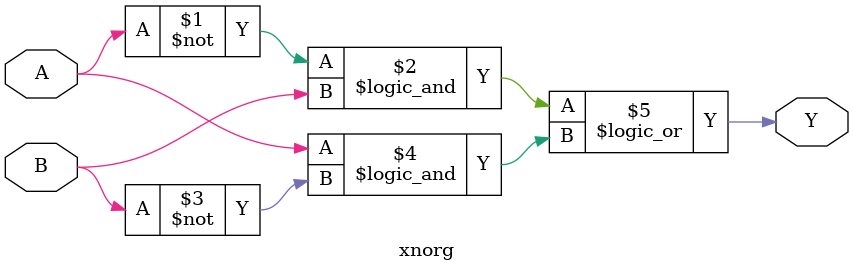
<source format=v>
module xnorg(A,B,Y);
  input A,B;
  output Y;
  assign Y=(~A&&B || A&&~B);
    endmodule

</source>
